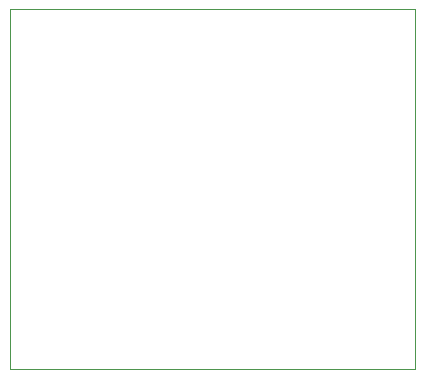
<source format=gbr>
%TF.GenerationSoftware,KiCad,Pcbnew,(5.1.6)-1*%
%TF.CreationDate,2021-08-29T15:44:04-07:00*%
%TF.ProjectId,MPX4115AP Adapter,4d505834-3131-4354-9150-204164617074,rev?*%
%TF.SameCoordinates,Original*%
%TF.FileFunction,Profile,NP*%
%FSLAX46Y46*%
G04 Gerber Fmt 4.6, Leading zero omitted, Abs format (unit mm)*
G04 Created by KiCad (PCBNEW (5.1.6)-1) date 2021-08-29 15:44:04*
%MOMM*%
%LPD*%
G01*
G04 APERTURE LIST*
%TA.AperFunction,Profile*%
%ADD10C,0.050000*%
%TD*%
G04 APERTURE END LIST*
D10*
X128270000Y-49530000D02*
X129540000Y-49530000D01*
X128270000Y-80010000D02*
X128270000Y-49530000D01*
X162560000Y-80010000D02*
X128270000Y-80010000D01*
X162560000Y-49530000D02*
X162560000Y-80010000D01*
X129540000Y-49530000D02*
X162560000Y-49530000D01*
M02*

</source>
